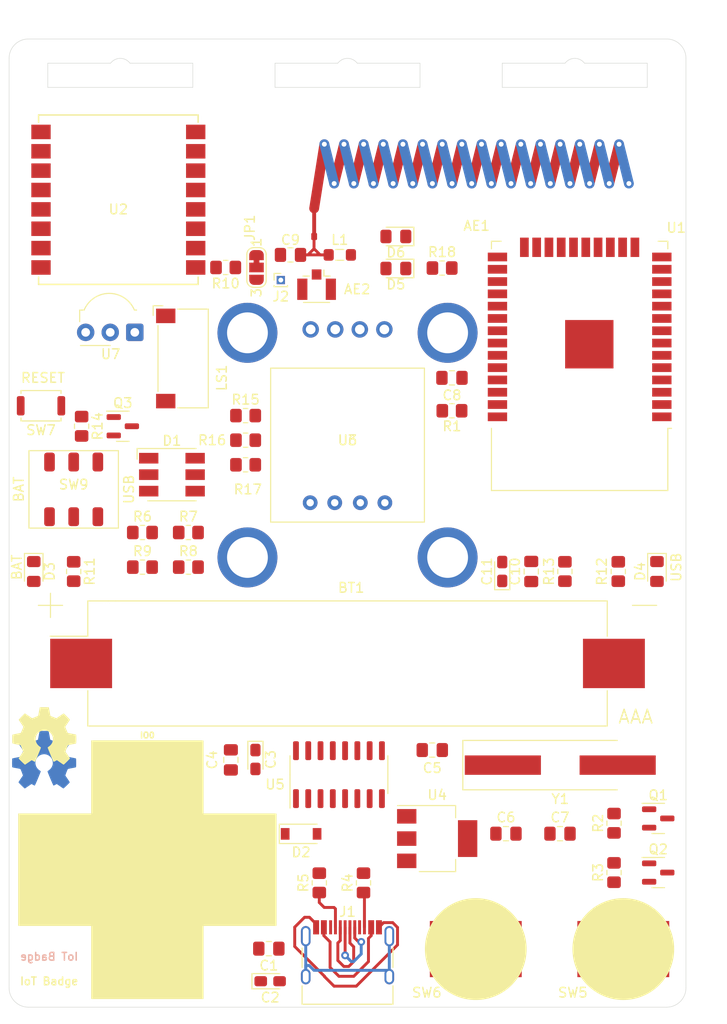
<source format=kicad_pcb>
(kicad_pcb (version 20211014) (generator pcbnew)
  (title_block (title "IoT Badge") (company "Galopago"))
  (layers (0 "F.Cu" signal) (31 "B.Cu" signal) (34 "B.Paste" user) (35 "F.Paste" user) (36 "B.SilkS" user "B.Silkscreen") (37 "F.SilkS" user "F.Silkscreen") (38 "B.Mask" user) (39 "F.Mask" user) (44 "Edge.Cuts" user))
  (net 0 "")
  (net 1 "Net-(R11-Pad2)")
  (net 2 "Net-(C1-Pad1)")
  (net 3 "Net-(C6-Pad1)")
  (net 4 "Net-(C7-Pad1)")
  (net 7 "Net-(R6-Pad2)")
  (net 8 "Net-(R7-Pad2)")
  (net 9 "Net-(R8-Pad1)")
  (net 10 "Net-(R8-Pad2)")
  (net 11 "Net-(R9-Pad1)")
  (net 18 "Net-(R9-Pad2)")
  (net 19 "Net-(U1-Pad6)")
  (net 20 "Net-(U1-Pad7)")
  (net 21 "Net-(U1-Pad11)")
  (net 22 "Net-(U1-Pad12)")
  (net 24 "Net-(U1-Pad13)")
  (net 25 "Net-(U1-Pad29)")
  (net 26 "Net-(Q1-Pad2)")
  (net 27 "Net-(AE1-Pad1)")
  (net 28 "Net-(U1-Pad30)")
  (net 29 "Net-(U1-Pad31)")
  (net 33 "+BATT")
  (net 34 "+3.3VP")
  (net 35 "Earth")
  (net 36 "Net-(J1-PadA5)")
  (net 38 "Net-(J1-PadB5)")
  (net 40 "unconnected-(J1-PadS1)")
  (net 41 "Net-(Q2-Pad2)")
  (net 46 "/EN")
  (net 47 "Net-(Q1-Pad1)")
  (net 49 "Net-(J1-PadA6)")
  (net 50 "Net-(J1-PadA7)")
  (net 51 "+3V3")
  (net 52 "Net-(Q2-Pad1)")
  (net 53 "Net-(D5-Pad1)")
  (net 54 "Net-(C9-Pad2)")
  (net 55 "Net-(D2-Pad2)")
  (net 56 "Net-(JP1-Pad2)")
  (net 57 "Net-(AE2-Pad1)")
  (net 58 "Net-(R10-Pad2)")
  (net 59 "Net-(D3-Pad2)")
  (net 60 "Net-(SW9-Pad5)")
  (net 61 "Net-(D4-Pad2)")
  (net 62 "Net-(C10-Pad1)")
  (net 63 "Net-(C11-Pad2)")
  (net 64 "Net-(LS1-Pad2)")
  (net 65 "Net-(D1-Pad4)")
  (net 66 "Net-(D1-Pad5)")
  (net 67 "Net-(D1-Pad6)")
  (net 68 "/DAC25")
  (net 69 "/LEDG21")
  (net 70 "/LEDG22")
  (net 71 "/LEDB23")
  (net 72 "Net-(D5-Pad2)")
  (net 73 "/IRLED2")
  (net 74 "/SW5-32")
  (net 75 "/SW6-33")
  (net 76 "/SW1-0")
  (net 77 "/SW2-13")
  (net 78 "/SW3-16")
  (net 79 "/SW4-17")
  (net 80 "/IRDEC12")
  (footprint "Symbol:OSHW-Symbol_6.7x6mm_SilkScreen" (layer "F.Cu") (at 103.632 122)
    (fp_text reference "SYMB2" hide)
    (fp_text value "OSHW-Symbol_6.7x6mm_SilkScreen" hide)
  )
  (footprint "Diode_SMD:D_SOD-123" (layer "F.Cu") (at 130.2 132.1)
    (fp_text reference "D2")
    (fp_text value "D_Schottky")
  )
  (footprint "Resistor_SMD:R_0805_2012Metric_Pad1.20x1.40mm_HandSolder" (layer "F.Cu") (at 124.46 93.98)
    (fp_text reference "R17")
    (fp_text value "220")
  )
  (footprint "Resistor_SMD:R_0805_2012Metric_Pad1.20x1.40mm_HandSolder" (layer "F.Cu") (at 144.78 73.66)
    (fp_text reference "R18")
    (fp_text value "500")
  )
  (footprint "Resistor_SMD:R_0805_2012Metric_Pad1.20x1.40mm_HandSolder" (layer "F.Cu") (at 124.46 88.9)
    (fp_text reference "R15")
    (fp_text value "220")
  )
  (footprint "Capacitor_SMD:C_0805_2012Metric_Pad1.18x1.45mm_HandSolder" (layer "F.Cu") (at 126.861252 143.955)
    (fp_text reference "C1")
    (fp_text value "100nF")
  )
  (footprint "Capacitor_Tantalum_SMD:CP_EIA-2012-15_AVX-P_Pad1.30x1.05mm_HandSolder" (layer "F.Cu") (at 125.476 124.419 -90)
    (fp_text reference "C3")
    (fp_text value "22uF")
  )
  (footprint "LED_SMD:LED_0805_2012Metric_Pad1.15x1.40mm_HandSolder" (layer "F.Cu") (at 140 70.4 180)
    (fp_text reference "D6")
    (fp_text value "IRLED")
  )
  (footprint "Battery_SMD:BatteryHolder_Keystone_1020_1xAAA" (layer "F.Cu") (at 135 114.5)
    (fp_text reference "BT1")
    (fp_text value "Battery_Cell")
  )
  (footprint "Capacitor_SMD:C_0805_2012Metric_Pad1.18x1.45mm_HandSolder" (layer "F.Cu") (at 151.384 132.08)
    (fp_text reference "C6")
    (fp_text value "22pF")
  )
  (footprint "Capacitor_Tantalum_SMD:CP_EIA-2012-15_AVX-P_Pad1.30x1.05mm_HandSolder" (layer "F.Cu") (at 127 147.32)
    (fp_text reference "C2")
    (fp_text value "22uF")
  )
  (footprint "Inductor_SMD:L_0805_2012Metric_Pad1.05x1.20mm_HandSolder" (layer "F.Cu") (at 134.2 72.3)
    (fp_text reference "L1")
    (fp_text value "L")
  )
  (footprint "Resistor_SMD:R_0805_2012Metric_Pad1.20x1.40mm_HandSolder" (layer "F.Cu") (at 122.4 73.6 180)
    (fp_text reference "R10")
    (fp_text value "0")
  )
  (footprint "Capacitor_SMD:C_0805_2012Metric_Pad1.18x1.45mm_HandSolder" (layer "F.Cu") (at 145.8 85)
    (fp_text reference "C8")
    (fp_text value "100nF")
  )
  (footprint "LED_SMD:LED_0805_2012Metric_Pad1.15x1.40mm_HandSolder" (layer "F.Cu") (at 167 105 -90)
    (fp_text reference "D4")
    (fp_text value "USBLED")
  )
  (footprint "RF_Module:ESP32-WROOM-32" (layer "F.Cu") (at 159.004 80.772 180)
    (fp_text reference "U1")
    (fp_text value "ESP32-WROOM-32")
  )
  (footprint "Connector_Coaxial:U.FL_Hirose_U.FL-R-SMT-1_Vertical" (layer "F.Cu") (at 131.8 75.375 -90)
    (fp_text reference "AE2")
    (fp_text value "EXT U.FL")
  )
  (footprint "Button_Switch_SMD:SW_Push_1P1T_NO_6x6mm_H9.5mm" (layer "F.Cu") (at 114.3 128.15 45)
    (fp_text reference "SW1")
    (fp_text value "SW_Push")
  )
  (footprint "Connector_USB:USB_C_Receptacle_HRO_TYPE-C-31-M-12" (layer "F.Cu") (at 135 145.796)
    (fp_text reference "J1")
    (fp_text value "USB_C_Receptacle_USB2.0")
  )
  (footprint "Resistor_SMD:R_0805_2012Metric_Pad1.20x1.40mm_HandSolder" (layer "F.Cu") (at 113.792 104.55)
    (fp_text reference "R9")
    (fp_text value "0")
  )
  (footprint "Resistor_SMD:R_0805_2012Metric_Pad1.20x1.40mm_HandSolder" (layer "F.Cu") (at 118.542 100.975)
    (fp_text reference "R7")
    (fp_text value "10k")
  )
  (footprint "Package_TO_SOT_SMD:SOT-223-3_TabPin2" (layer "F.Cu") (at 144.272 132.588)
    (fp_text reference "U4")
    (fp_text value "AMS1117-3.3")
  )
  (footprint "Button_Switch_SMD:SW_Push_1P1T_NO_6x6mm_H9.5mm" (layer "F.Cu") (at 148.2614 144)
    (fp_text reference "SW6")
    (fp_text value "SW_Push")
  )
  (footprint "Button_Switch_SMD:SW_Push_1P1T_NO_6x6mm_H9.5mm" (layer "F.Cu") (at 114.3 143.45 45)
    (fp_text reference "SW2")
    (fp_text value "SW_Push")
  )
  (footprint "Capacitor_Tantalum_SMD:CP_EIA-2012-15_AVX-P_Pad1.30x1.05mm_HandSolder" (layer "F.Cu") (at 151 105 90)
    (fp_text reference "C11")
    (fp_text value "100uF")
  )
  (footprint "Package_TO_SOT_SMD:SOT-23" (layer "F.Cu") (at 167.132 130.508)
    (fp_text reference "Q1")
    (fp_text value "BC847")
  )
  (footprint "Resistor_SMD:R_0805_2012Metric_Pad1.20x1.40mm_HandSolder" (layer "F.Cu") (at 157.48 105 90)
    (fp_text reference "R13")
    (fp_text value "220")
  )
  (footprint "Capacitor_SMD:C_0805_2012Metric_Pad1.18x1.45mm_HandSolder" (layer "F.Cu") (at 156.972 132.08)
    (fp_text reference "C7")
    (fp_text value "22pF")
  )
  (footprint "RF_PCB_Antenna:Micrel_Heli_2" (layer "F.Cu") (at 148.35 62.9)
    (fp_text reference "AE1")
    (fp_text value "Antenna 433")
  )
  (footprint "Capacitor_SMD:C_0805_2012Metric_Pad1.18x1.45mm_HandSolder" (layer "F.Cu") (at 122.936 124.46 -90)
    (fp_text reference "C4")
    (fp_text value "100nF")
  )
  (footprint "Resistor_SMD:R_0805_2012Metric_Pad1.20x1.40mm_HandSolder" (layer "F.Cu") (at 136.652 137.16 90)
    (fp_text reference "R4")
    (fp_text value "5.1k")
  )
  (footprint "Jumper:SolderJumper-3_P1.3mm_Bridged12_RoundedPad1.0x1.5mm_NumberLabels" (layer "F.Cu") (at 125.586 73.6 -90)
    (fp_text reference "JP1")
    (fp_text value "Jumper_3_Bridged12")
  )
  (footprint "Crystal:Crystal_SMD_HC49-SD_HandSoldering" (layer "F.Cu") (at 157 125)
    (fp_text reference "Y1")
    (fp_text value "Crystal")
  )
  (footprint "Resistor_SMD:R_0805_2012Metric_Pad1.20x1.40mm_HandSolder" (layer "F.Cu") (at 113.792 100.975)
    (fp_text reference "R6")
    (fp_text value "10k")
  )
  (footprint "Package_SO:SOIC-16_3.9x9.9mm_P1.27mm" (layer "F.Cu") (at 134.112 125.984 90)
    (fp_text reference "U5")
    (fp_text value "CH340G")
  )
  (footprint "Display_PCB:DISPLAY_SSD1306_128x64_I2C_0.96inch" (layer "F.Cu") (at 135 91.948)
    (fp_text reference "U3")
    (fp_text value "DISPLAY_SSD1306_128x64_I2C")
  )
  (footprint "DCDC_mini_PCB_module:ME2188_PCB_MODULE" (layer "F.Cu") (at 135 91.948)
    (fp_text reference "U6")
    (fp_text value "ME2188_PCB_MODULE")
  )
  (footprint "Button_Switch_SMD:SW_Push_1P1T_NO_6x6mm_H9.5mm" (layer "F.Cu") (at 163.5214 144)
    (fp_text reference "SW5")
    (fp_text value "SW_Push")
  )
  (footprint "LED_SMD:LED_0805_2012Metric_Pad1.15x1.40mm_HandSolder" (layer "F.Cu") (at 140 73.705 180)
    (fp_text reference "D5")
    (fp_text value "IRLED")
  )
  (footprint "Resistor_SMD:R_0805_2012Metric_Pad1.20x1.40mm_HandSolder" (layer "F.Cu") (at 124.46 91.44)
    (fp_text reference "R16")
    (fp_text value "220")
  )
  (footprint "Capacitor_SMD:C_0805_2012Metric_Pad1.18x1.45mm_HandSolder" (layer "F.Cu") (at 129.1 72.3 180)
    (fp_text reference "C9")
    (fp_text value "C")
  )
  (footprint "Button_Switch_SMD:SW_Push_1P1T_NO_6x6mm_H9.5mm" (layer "F.Cu") (at 121.93 135.8 45)
    (fp_text reference "SW4")
    (fp_text value "SW_Push")
  )
  (footprint "Resistor_SMD:R_0805_2012Metric_Pad1.20x1.40mm_HandSolder" (layer "F.Cu") (at 132.08 137.16 90)
    (fp_text reference "R5")
    (fp_text value "5.1k")
  )
  (footprint "OptoDevice:Vishay_MOLD-3Pin" (layer "F.Cu") (at 113 80.3 180)
    (fp_text reference "U7")
    (fp_text value "TSOP41xx")
  )
  (footprint "Package_TO_SOT_SMD:SOT-23" (layer "F.Cu") (at 167.132 136.096)
    (fp_text reference "Q2")
    (fp_text value "BC847")
  )
  (footprint "Package_TO_SOT_SMD:SOT-23" (layer "F.Cu") (at 111.76 90)
    (fp_text reference "Q3")
    (fp_text value "BC847")
  )
  (footprint "Speaker_SMD:Speaker_SMD-10mmx5mm" (layer "F.Cu") (at 118 83 -90)
    (fp_text reference "LS1")
    (fp_text value "Speaker")
  )
  (footprint "Resistor_SMD:R_0805_2012Metric_Pad1.20x1.40mm_HandSolder" (layer "F.Cu") (at 162.56 131 90)
    (fp_text reference "R2")
    (fp_text value "10k")
  )
  (footprint "Slide_Switch_SMD:SW_Slide_2P2T_9mmx7.6mm" (layer "F.Cu") (at 106.68 96.52)
    (fp_text reference "SW9")
    (fp_text value "SW_PWR_USB_BAT")
  )
  (footprint "Capacitor_SMD:C_0805_2012Metric_Pad1.18x1.45mm_HandSolder" (layer "F.Cu") (at 154 105 90)
    (fp_text reference "C10")
    (fp_text value "0.1uF")
  )
  (footprint "LED_SMD:LED_0805_2012Metric_Pad1.15x1.40mm_HandSolder" (layer "F.Cu") (at 102.55 105 -90)
    (fp_text reference "D3")
    (fp_text value "BATLED")
  )
  (footprint "RF_Module_alt:Ai-Thinker-Ra-02-LoRa-alt" (layer "F.Cu") (at 111.3 66.6 180)
    (fp_text reference "U2")
    (fp_text value "Ai-Thinker-Ra-02-alt")
  )
  (footprint "Resistor_SMD:R_0805_2012Metric_Pad1.20x1.40mm_HandSolder" (layer "F.Cu") (at 106.68 105 -90)
    (fp_text reference "R11")
    (fp_text value "1k")
  )
  (footprint "Resistor_SMD:R_0805_2012Metric_Pad1.20x1.40mm_HandSolder" (layer "F.Cu") (at 163 105 -90)
    (fp_text reference "R12")
    (fp_text value "1k")
  )
  (footprint "Connector_PinHeader_1.00mm:PinHeader_1x01_P1.00mm_Vertical" (layer "F.Cu") (at 128.1 74.9)
    (fp_text reference "J2")
    (fp_text value "Wire ANT")
  )
  (footprint "Resistor_SMD:R_0805_2012Metric_Pad1.20x1.40mm_HandSolder" (layer "F.Cu") (at 107.5 90 -90)
    (fp_text reference "R14")
    (fp_text value "2.2k")
  )
  (footprint "Button_Switch_SMD:SW_Push_1P1T_NO_6x6mm_H9.5mm" (layer "F.Cu") (at 106.67 135.8 45)
    (fp_text reference "SW3")
    (fp_text value "SW_Push")
  )
  (footprint "Capacitor_SMD:C_0805_2012Metric_Pad1.18x1.45mm_HandSolder" (layer "F.Cu") (at 143.764 123.444)
    (fp_text reference "C5")
    (fp_text value "100nF")
  )
  (footprint "Resistor_SMD:R_0805_2012Metric_Pad1.20x1.40mm_HandSolder" (layer "F.Cu") (at 162.56 136.096 90)
    (fp_text reference "R3")
    (fp_text value "10k")
  )
  (footprint "LED_SMD:LED_RGB_5050-6" (layer "F.Cu") (at 116.84 95)
    (fp_text reference "D1")
    (fp_text value "LED_RGB")
  )
  (footprint "Button_Switch_SMD:SW_Push_SPST_NO_Alps_SKRK" (layer "F.Cu") (at 103.3 87.884)
    (fp_text reference "SW7")
    (fp_text value "E")
  )
  (footprint "Resistor_SMD:R_0805_2012Metric_Pad1.20x1.40mm_HandSolder" (layer "F.Cu") (at 118.542 104.55)
    (fp_text reference "R8")
    (fp_text value "0")
  )
  (footprint "Resistor_SMD:R_0805_2012Metric_Pad1.20x1.40mm_HandSolder" (layer "F.Cu") (at 145.8 88.4)
    (fp_text reference "R1")
    (fp_text value "10k")
  )
  (footprint "Symbol:OSHW-Symbol_6.7x6mm_Copper" (layer "B.Cu") (at 103.632 124.46 180)
    (fp_text reference "SYMB1" hide)
    (fp_text value "OSHW-Symbol_6.7x6mm_Copper" hide)
  )
  (gr_rect (start 101 130.05) (end 127.6 141.55) (layer "F.SilkS") (width 0.12) (fill solid))
  (gr_circle (center 163.5214 144) (end 168.7214 144) (layer "F.SilkS") (width 0.12) (fill solid))
  (gr_rect (start 108.55 122.5) (end 120.05 149.1) (layer "F.SilkS") (width 0.12) (fill solid))
  (gr_circle (center 148.2614 144) (end 153.4614 144) (layer "F.SilkS") (width 0.12) (fill solid))
  (gr_line (start 106.67 135.8) (end 121.93 135.8) (layer "F.SilkS") (width 0.12))
  (gr_line (start 114.3 128.15) (end 114.3 143.45) (layer "F.SilkS") (width 0.12))
  (gr_line (start 104 52.5) (end 110.5 52.5) (layer "Edge.Cuts") (width 0.05))
  (gr_line (start 102 50) (end 168 50) (layer "Edge.Cuts") (width 0.05))
  (gr_line (start 170 52) (end 170 148) (layer "Edge.Cuts") (width 0.05))
  (gr_line (start 127.5 52.5) (end 127.5 55) (layer "Edge.Cuts") (width 0.05))
  (gr_line (start 119 52.5) (end 119 55) (layer "Edge.Cuts") (width 0.05))
  (gr_arc (start 134 52.5) (mid 135 52.001418) (end 136 52.5) (layer "Edge.Cuts") (width 0.05))
  (gr_line (start 159.5 52.5) (end 166 52.5) (layer "Edge.Cuts") (width 0.05))
  (gr_arc (start 110.5 52.5) (mid 111.5 52.001418) (end 112.5 52.5) (layer "Edge.Cuts") (width 0.05))
  (gr_line (start 136 52.5) (end 142.5 52.5) (layer "Edge.Cuts") (width 0.05))
  (gr_line (start 151 55) (end 166 55) (layer "Edge.Cuts") (width 0.05))
  (gr_line (start 112.5 52.5) (end 119 52.5) (layer "Edge.Cuts") (width 0.05))
  (gr_line (start 166 52.5) (end 166 55) (layer "Edge.Cuts") (width 0.05))
  (gr_line (start 104 55) (end 119 55) (layer "Edge.Cuts") (width 0.05))
  (gr_line (start 142.5 52.5) (end 142.5 55) (layer "Edge.Cuts") (width 0.05))
  (gr_line (start 100 52) (end 100 148) (layer "Edge.Cuts") (width 0.05))
  (gr_line (start 104 52.5) (end 104 55) (layer "Edge.Cuts") (width 0.05))
  (gr_arc (start 170 148) (mid 169.414214 149.414214) (end 168 150) (layer "Edge.Cuts") (width 0.05))
  (gr_arc (start 168 50) (mid 169.414214 50.585786) (end 170 52) (layer "Edge.Cuts") (width 0.05))
  (gr_line (start 151 52.5) (end 157.5 52.5) (layer "Edge.Cuts") (width 0.05))
  (gr_arc (start 102 150) (mid 100.585786 149.414214) (end 100 148) (layer "Edge.Cuts") (width 0.05))
  (gr_line (start 127.5 52.5) (end 134 52.5) (layer "Edge.Cuts") (width 0.05))
  (gr_line (start 102 150) (end 168 150) (layer "Edge.Cuts") (width 0.05))
  (gr_arc (start 157.5 52.5) (mid 158.5 52.001418) (end 159.5 52.5) (layer "Edge.Cuts") (width 0.05))
  (gr_line (start 127.5 55) (end 142.5 55) (layer "Edge.Cuts") (width 0.05))
  (gr_arc (start 100 52) (mid 100.585786 50.585786) (end 102 50) (layer "Edge.Cuts") (width 0.05))
  (gr_line (start 151 52.5) (end 151 55) (layer "Edge.Cuts") (width 0.05))
  (gr_text "IoT Badge" (at 104.14 144.78) (layer "B.SilkS") (effects (font (size 0.8 0.8)) (justify mirror)))
  (gr_text "BAT" (at 101 96.52 90) (layer "F.SilkS") (effects (font (size 1 1))))
  (gr_text "IoT Badge" (at 104.14 147.32) (layer "F.SilkS") (effects (font (size 0.8 0.8))))
  (gr_text "BAT" (at 100.8 104.57 90) (layer "F.SilkS") (effects (font (size 1 1))))
  (gr_text "IO0" (at 114.3 121.92) (layer "F.SilkS") (effects (font (size 0.6 0.6))))
  (gr_text "USB" (at 112.4 96.52 90) (layer "F.SilkS") (effects (font (size 1 1))))
  (gr_text "USB" (at 169 104.57 90) (layer "F.SilkS") (effects (font (size 1 1))))
  (gr_text "RESET" (at 103.5 85) (layer "F.SilkS") (effects (font (size 1 1))))
  (gr_text "AAA" (at 164.8 120) (layer "F.SilkS") (effects (font (size 1.4 1.4))))
  (segment (start 130.9 72.3) (end 131.536 71.664) (width 0.3) (layer "F.Cu") (net 27))
  (segment (start 133.05 72.3) (end 132.172 72.3) (width 0.3) (layer "F.Cu") (net 27))
  (segment (start 132.172 72.3) (end 131.536 71.664) (width 0.3) (layer "F.Cu") (net 27))
  (segment (start 130.1375 72.3) (end 130.9 72.3) (width 0.3) (layer "F.Cu") (net 27))
  (segment (start 130.9 72.3) (end 133.05 72.3) (width 0.3) (layer "F.Cu") (net 27))
  (segment (start 131.536 71.664) (end 131.536 70.842) (width 0.3) (layer "F.Cu") (net 27))
  (segment (start 138.735 141.266) (end 139.672 141.266) (width 0.3) (layer "F.Cu") (net 35))
  (segment (start 135.91 147.828) (end 133.604 147.828) (width 0.3) (layer "F.Cu") (net 35))
  (segment (start 159.5464 146.522) (end 167.4964 146.522) (width 0.3) (layer "F.Cu") (net 35))
  (segment (start 129.54 143.73) (end 129.54 141.732) (width 0.3) (layer "F.Cu") (net 35))
  (segment (start 132.622 146.812) (end 129.54 143.73) (width 0.3) (layer "F.Cu") (net 35))
  (segment (start 118.7017 142.6802) (end 113.0802 148.3017) (width 0.3) (layer "F.Cu") (net 35))
  (segment (start 131.064 140.716) (end 131.75 141.402) (width 0.3) (layer "F.Cu") (net 35))
  (segment (start 139.672 141.266) (end 140.17 141.764) (width 0.3) (layer "F.Cu") (net 35))
  (segment (start 140.17 141.764) (end 140.17 143.568) (width 0.3) (layer "F.Cu") (net 35))
  (segment (start 132.622 146.846) (end 132.622 146.812) (width 0.3) (layer "F.Cu") (net 35))
  (segment (start 131.75 141.402) (end 131.75 141.751) (width 0.3) (layer "F.Cu") (net 35))
  (segment (start 138.25 141.751) (end 138.735 141.266) (width 0.3) (layer "F.Cu") (net 35))
  (segment (start 140.17 143.568) (end 135.91 147.828) (width 0.3) (layer "F.Cu") (net 35))
  (segment (start 129.54 141.732) (end 130.556 140.716) (width 0.3) (layer "F.Cu") (net 35))
  (segment (start 130.556 140.716) (end 131.064 140.716) (width 0.3) (layer "F.Cu") (net 35))
  (segment (start 133.604 147.828) (end 132.622 146.846) (width 0.3) (layer "F.Cu") (net 35))
  (segment (start 132.588 139.7) (end 132.08 139.192) (width 0.3) (layer "F.Cu") (net 36))
  (segment (start 132.08 139.192) (end 132.08 138.16) (width 0.3) (layer "F.Cu") (net 36))
  (segment (start 133.75 139.846) (end 133.604 139.7) (width 0.3) (layer "F.Cu") (net 36))
  (segment (start 133.604 139.7) (end 132.588 139.7) (width 0.3) (layer "F.Cu") (net 36))
  (segment (start 133.75 141.751) (end 133.75 139.846) (width 0.3) (layer "F.Cu") (net 36))
  (segment (start 136.75 141.751) (end 136.75 138.258) (width 0.3) (layer "F.Cu") (net 38))
  (segment (start 136.75 138.258) (end 136.652 138.16) (width 0.3) (layer "F.Cu") (net 38))
  (segment (start 130.68 146.846) (end 130.68 145.6957) (width 0.3) (layer "B.Cu") (net 40))
  (segment (start 131.5285 146.192) (end 131.0322 145.6957) (width 0.3) (layer "B.Cu") (net 40))
  (segment (start 139.32 146.192) (end 139.32 146.846) (width 0.3) (layer "B.Cu") (net 40))
  (segment (start 139.32 142.666) (end 139.32 146.192) (width 0.3) (layer "B.Cu") (net 40))
  (segment (start 131.0322 145.6957) (end 130.68 145.6957) (width 0.3) (layer "B.Cu") (net 40))
  (segment (start 139.32 146.192) (end 131.5285 146.192) (width 0.3) (layer "B.Cu") (net 40))
  (segment (start 130.68 146.846) (end 130.68 142.666) (width 0.3) (layer "B.Cu") (net 40))
  (segment (start 136.415 143.256) (end 136.144 143.256) (width 0.3) (layer "F.Cu") (net 49))
  (segment (start 136.144 143.256) (end 135.75 142.862) (width 0.3) (layer "F.Cu") (net 49))
  (segment (start 134.75 144.65) (end 134.75 141.751) (width 0.3) (layer "F.Cu") (net 49))
  (segment (start 135.75 142.862) (end 135.75 141.751) (width 0.3) (layer "F.Cu") (net 49))
  (via (at 134.75 144.65) (size 0.8) (drill 0.4) (layers "F.Cu" "B.Cu") (net 49))
  (via (at 136.415 143.256) (size 0.8) (drill 0.4) (layers "F.Cu" "B.Cu") (net 49))
  (segment (start 136.415 144.509) (end 136.415 143.256) (width 0.3) (layer "B.Cu") (net 49))
  (segment (start 135.388 145.288) (end 135.636 145.288) (width 0.3) (layer "B.Cu") (net 49))
  (segment (start 135.636 145.288) (end 136.415 144.509) (width 0.3) (layer "B.Cu") (net 49))
  (segment (start 134.75 144.65) (end 135.388 145.288) (width 0.3) (layer "B.Cu") (net 49))
  (segment (start 134.62 145.796) (end 134 145.176) (width 0.3) (layer "F.Cu") (net 50))
  (segment (start 135.636 145.288) (end 135.128 145.796) (width 0.3) (layer "F.Cu") (net 50))
  (segment (start 135.128 145.796) (end 134.62 145.796) (width 0.3) (layer "F.Cu") (net 50))
  (segment (start 134 143.368) (end 134.25 143.118) (width 0.3) (layer "F.Cu") (net 50))
  (segment (start 134 145.176) (end 134 143.368) (width 0.3) (layer "F.Cu") (net 50))
  (segment (start 134.25 143.118) (end 134.25 141.751) (width 0.3) (layer "F.Cu") (net 50))
  (segment (start 135.25 141.751) (end 135.25 143.378) (width 0.3) (layer "F.Cu") (net 50))
  (segment (start 135.636 143.764) (end 135.636 145.288) (width 0.3) (layer "F.Cu") (net 50))
  (segment (start 135.25 143.378) (end 135.636 143.764) (width 0.3) (layer "F.Cu") (net 50))
  (segment (start 137.165 142.896) (end 137.45 142.611) (width 0.3) (layer "F.Cu") (net 55))
  (segment (start 134.112 146.812) (end 135.646 146.812) (width 0.3) (layer "F.Cu") (net 55))
  (segment (start 137.45 142.611) (end 137.45 141.751) (width 0.3) (layer "F.Cu") (net 55))
  (segment (start 135.646 146.812) (end 137.165 145.294) (width 0.3) (layer "F.Cu") (net 55))
  (segment (start 132.55 142.611) (end 133.195 143.256) (width 0.3) (layer "F.Cu") (net 55))
  (segment (start 137.165 145.294) (end 137.165 142.896) (width 0.3) (layer "F.Cu") (net 55))
  (segment (start 133.195 143.256) (end 133.195 145.895) (width 0.3) (layer "F.Cu") (net 55))
  (segment (start 133.195 145.895) (end 134.112 146.812) (width 0.3) (layer "F.Cu") (net 55))
  (segment (start 132.55 141.751) (end 132.55 142.611) (width 0.3) (layer "F.Cu") (net 55))
  (segment (start 167.4964 142.022) (end 159.5464 142.022) (width 0.3) (layer "F.Cu") (net 74))
  (segment (start 109.8983 145.1198) (end 115.5198 139.4983) (width 0.3) (layer "F.Cu") (net 77))
)
</source>
